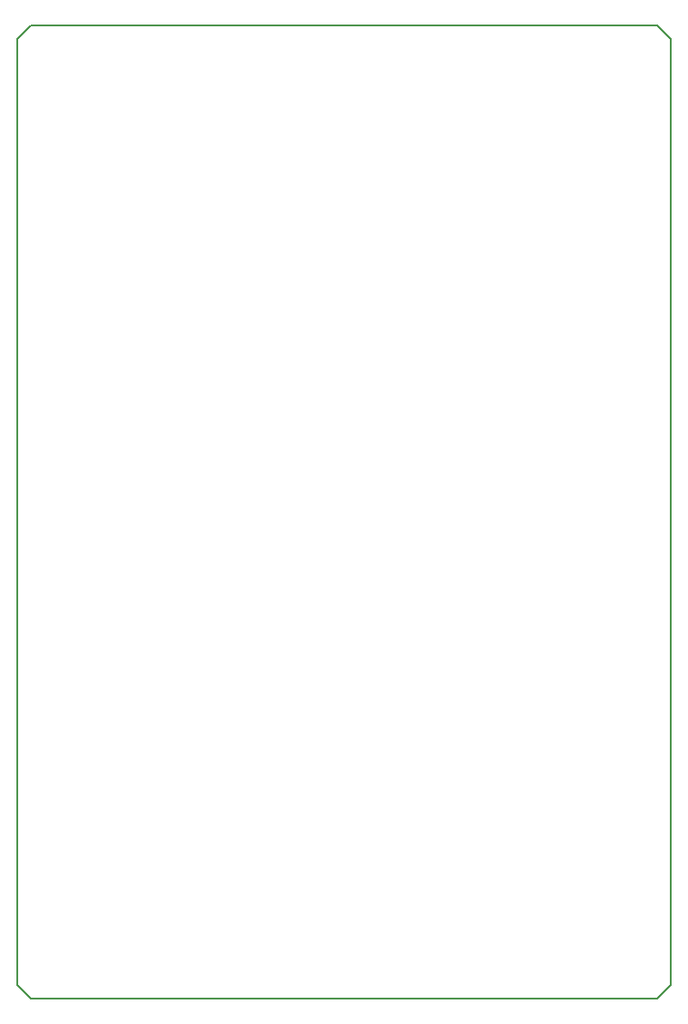
<source format=gm1>
G04 #@! TF.FileFunction,Profile,NP*
%FSLAX46Y46*%
G04 Gerber Fmt 4.6, Leading zero omitted, Abs format (unit mm)*
G04 Created by KiCad (PCBNEW 4.0.7) date Tue May  1 23:41:33 2018*
%MOMM*%
%LPD*%
G01*
G04 APERTURE LIST*
%ADD10C,0.100000*%
%ADD11C,0.150000*%
G04 APERTURE END LIST*
D10*
D11*
X149860000Y-67945000D02*
X149860000Y-68580000D01*
X151130000Y-66675000D02*
X149860000Y-67945000D01*
X209550000Y-66675000D02*
X151130000Y-66675000D01*
X210820000Y-67945000D02*
X209550000Y-66675000D01*
X210820000Y-68580000D02*
X210820000Y-67945000D01*
X210820000Y-156210000D02*
X210820000Y-68580000D01*
X149860000Y-68580000D02*
X149860000Y-156210000D01*
X151130000Y-157480000D02*
X149860000Y-156210000D01*
X209550000Y-157480000D02*
X151130000Y-157480000D01*
X209550000Y-157480000D02*
X210820000Y-156210000D01*
M02*

</source>
